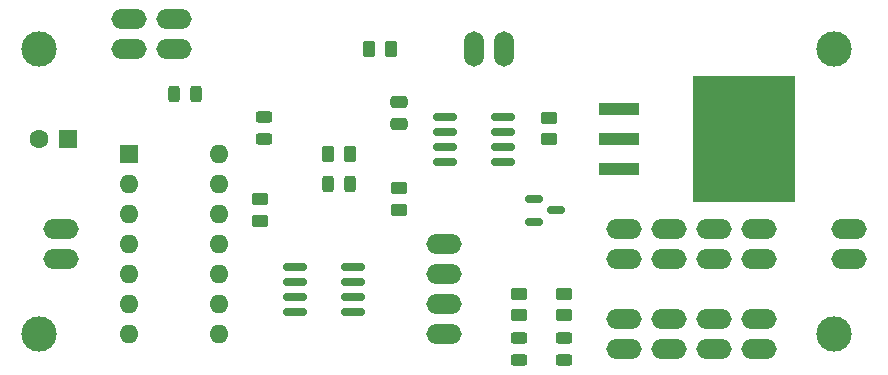
<source format=gbr>
G04 #@! TF.GenerationSoftware,KiCad,Pcbnew,7.0.2-6a45011f42~172~ubuntu22.04.1*
G04 #@! TF.CreationDate,2023-04-28T22:36:37-05:00*
G04 #@! TF.ProjectId,laser,6c617365-722e-46b6-9963-61645f706362,rev?*
G04 #@! TF.SameCoordinates,PXc1c960PY791ddc0*
G04 #@! TF.FileFunction,Soldermask,Top*
G04 #@! TF.FilePolarity,Negative*
%FSLAX46Y46*%
G04 Gerber Fmt 4.6, Leading zero omitted, Abs format (unit mm)*
G04 Created by KiCad (PCBNEW 7.0.2-6a45011f42~172~ubuntu22.04.1) date 2023-04-28 22:36:37*
%MOMM*%
%LPD*%
G01*
G04 APERTURE LIST*
G04 Aperture macros list*
%AMRoundRect*
0 Rectangle with rounded corners*
0 $1 Rounding radius*
0 $2 $3 $4 $5 $6 $7 $8 $9 X,Y pos of 4 corners*
0 Add a 4 corners polygon primitive as box body*
4,1,4,$2,$3,$4,$5,$6,$7,$8,$9,$2,$3,0*
0 Add four circle primitives for the rounded corners*
1,1,$1+$1,$2,$3*
1,1,$1+$1,$4,$5*
1,1,$1+$1,$6,$7*
1,1,$1+$1,$8,$9*
0 Add four rect primitives between the rounded corners*
20,1,$1+$1,$2,$3,$4,$5,0*
20,1,$1+$1,$4,$5,$6,$7,0*
20,1,$1+$1,$6,$7,$8,$9,0*
20,1,$1+$1,$8,$9,$2,$3,0*%
G04 Aperture macros list end*
%ADD10RoundRect,0.243750X0.456250X-0.243750X0.456250X0.243750X-0.456250X0.243750X-0.456250X-0.243750X0*%
%ADD11O,3.000000X1.700000*%
%ADD12RoundRect,0.250000X-0.450000X0.262500X-0.450000X-0.262500X0.450000X-0.262500X0.450000X0.262500X0*%
%ADD13RoundRect,0.250000X0.475000X-0.250000X0.475000X0.250000X-0.475000X0.250000X-0.475000X-0.250000X0*%
%ADD14RoundRect,0.250000X0.450000X-0.262500X0.450000X0.262500X-0.450000X0.262500X-0.450000X-0.262500X0*%
%ADD15RoundRect,0.243750X-0.243750X-0.456250X0.243750X-0.456250X0.243750X0.456250X-0.243750X0.456250X0*%
%ADD16RoundRect,0.150000X-0.825000X-0.150000X0.825000X-0.150000X0.825000X0.150000X-0.825000X0.150000X0*%
%ADD17R,1.600000X1.600000*%
%ADD18C,1.600000*%
%ADD19O,1.600000X1.600000*%
%ADD20RoundRect,0.243750X0.243750X0.456250X-0.243750X0.456250X-0.243750X-0.456250X0.243750X-0.456250X0*%
%ADD21C,3.000000*%
%ADD22RoundRect,0.250000X0.262500X0.450000X-0.262500X0.450000X-0.262500X-0.450000X0.262500X-0.450000X0*%
%ADD23R,3.400000X1.000000*%
%ADD24R,8.600000X10.700000*%
%ADD25RoundRect,0.150000X-0.587500X-0.150000X0.587500X-0.150000X0.587500X0.150000X-0.587500X0.150000X0*%
%ADD26O,1.700000X3.000000*%
G04 APERTURE END LIST*
D10*
X22860000Y20320000D03*
X22860000Y22195000D03*
D11*
X53346690Y5080000D03*
X53346690Y2540000D03*
D12*
X22502500Y15240000D03*
X22502500Y13415000D03*
D13*
X34290000Y21590000D03*
X34290000Y23490000D03*
D14*
X44456690Y5412500D03*
X44456690Y7237500D03*
D11*
X5715000Y10155000D03*
X5715000Y12695000D03*
D15*
X28272500Y16510000D03*
X30147500Y16510000D03*
D16*
X25465000Y9525000D03*
X25465000Y8255000D03*
X25465000Y6985000D03*
X25465000Y5715000D03*
X30415000Y5715000D03*
X30415000Y6985000D03*
X30415000Y8255000D03*
X30415000Y9525000D03*
D11*
X72390000Y10160000D03*
X72390000Y12700000D03*
D17*
X6310000Y20320000D03*
D18*
X3810000Y20320000D03*
D16*
X38165000Y22225000D03*
X38165000Y20955000D03*
X38165000Y19685000D03*
X38165000Y18415000D03*
X43115000Y18415000D03*
X43115000Y19685000D03*
X43115000Y20955000D03*
X43115000Y22225000D03*
D11*
X11430000Y27940000D03*
X11430000Y30480000D03*
D14*
X34290000Y14327500D03*
X34290000Y16152500D03*
D11*
X15240000Y27940000D03*
X15240000Y30480000D03*
D10*
X44456690Y1602500D03*
X44456690Y3477500D03*
D17*
X11430000Y19050000D03*
D19*
X11430000Y16510000D03*
X11430000Y13970000D03*
X11430000Y11430000D03*
X11430000Y8890000D03*
X11430000Y6350000D03*
X11430000Y3810000D03*
X19050000Y3810000D03*
X19050000Y6350000D03*
X19050000Y8890000D03*
X19050000Y11430000D03*
X19050000Y13970000D03*
X19050000Y16510000D03*
X19050000Y19050000D03*
D20*
X17115000Y24130000D03*
X15240000Y24130000D03*
D11*
X64770000Y5087566D03*
X64770000Y2547566D03*
X57156690Y5080000D03*
X57156690Y2540000D03*
X53346690Y12700000D03*
X53346690Y10160000D03*
D21*
X71120000Y27940000D03*
D12*
X46990000Y22145000D03*
X46990000Y20320000D03*
D22*
X33600000Y27940000D03*
X31775000Y27940000D03*
D11*
X64776690Y12700000D03*
X64776690Y10160000D03*
D21*
X3810000Y27940000D03*
D11*
X38100000Y11430000D03*
X38100000Y8890000D03*
D23*
X52900000Y22860000D03*
X52900000Y20320000D03*
X52900000Y17780000D03*
D24*
X63500000Y20320000D03*
D11*
X57156690Y12700000D03*
X57156690Y10160000D03*
D14*
X48266690Y5412500D03*
X48266690Y7237500D03*
D11*
X38100000Y6350000D03*
X38100000Y3810000D03*
X60966690Y5080000D03*
X60966690Y2540000D03*
D21*
X3810000Y3810000D03*
X71120000Y3810000D03*
D10*
X48266690Y1602500D03*
X48266690Y3477500D03*
D11*
X60966690Y12700000D03*
X60966690Y10160000D03*
D22*
X30122500Y19050000D03*
X28297500Y19050000D03*
D25*
X45726690Y15240000D03*
X45726690Y13340000D03*
X47601690Y14290000D03*
D26*
X43180000Y27940000D03*
X40640000Y27940000D03*
M02*

</source>
